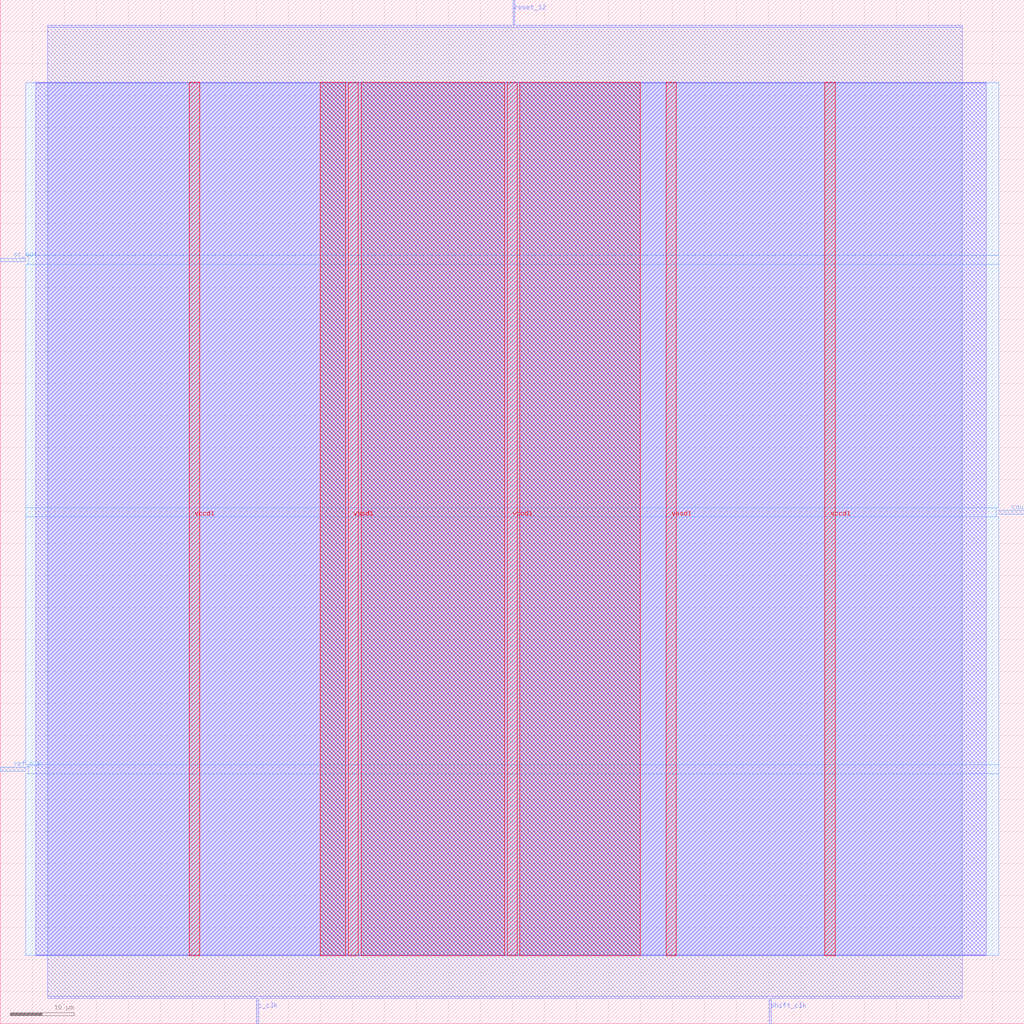
<source format=lef>
VERSION 5.7 ;
  NOWIREEXTENSIONATPIN ON ;
  DIVIDERCHAR "/" ;
  BUSBITCHARS "[]" ;
MACRO temp_digital
  CLASS BLOCK ;
  FOREIGN temp_digital ;
  ORIGIN 0.000 0.000 ;
  SIZE 160.000 BY 160.000 ;
  PIN c_clk
    DIRECTION OUTPUT TRISTATE ;
    USE SIGNAL ;
    PORT
      LAYER met2 ;
        RECT 40.110 0.000 40.390 4.000 ;
    END
  END c_clk
  PIN counter_clk
    DIRECTION INPUT ;
    USE SIGNAL ;
    PORT
      LAYER met3 ;
        RECT 156.000 79.600 160.000 80.200 ;
    END
  END counter_clk
  PIN ref_clk
    DIRECTION OUTPUT TRISTATE ;
    USE SIGNAL ;
    PORT
      LAYER met3 ;
        RECT 0.000 39.480 4.000 40.080 ;
    END
  END ref_clk
  PIN reset_12
    DIRECTION INPUT ;
    USE SIGNAL ;
    PORT
      LAYER met2 ;
        RECT 80.130 156.000 80.410 160.000 ;
    END
  END reset_12
  PIN shift_clk
    DIRECTION INPUT ;
    USE SIGNAL ;
    PORT
      LAYER met2 ;
        RECT 120.150 0.000 120.430 4.000 ;
    END
  END shift_clk
  PIN sr_out
    DIRECTION OUTPUT TRISTATE ;
    USE SIGNAL ;
    PORT
      LAYER met3 ;
        RECT 0.000 119.040 4.000 119.640 ;
    END
  END sr_out
  PIN vccd1
    DIRECTION INPUT ;
    USE POWER ;
    PORT
      LAYER met4 ;
        RECT 29.545 10.640 31.145 147.120 ;
    END
    PORT
      LAYER met4 ;
        RECT 79.195 10.640 80.795 147.120 ;
    END
    PORT
      LAYER met4 ;
        RECT 128.850 10.640 130.450 147.120 ;
    END
  END vccd1
  PIN vssd1
    DIRECTION INPUT ;
    USE GROUND ;
    PORT
      LAYER met4 ;
        RECT 54.370 10.640 55.970 147.120 ;
    END
    PORT
      LAYER met4 ;
        RECT 104.025 10.640 105.625 147.120 ;
    END
  END vssd1
  OBS
      LAYER li1 ;
        RECT 5.520 10.795 154.100 146.965 ;
      LAYER met1 ;
        RECT 5.520 10.640 154.100 147.120 ;
      LAYER met2 ;
        RECT 7.450 155.720 79.850 156.000 ;
        RECT 80.690 155.720 150.330 156.000 ;
        RECT 7.450 4.280 150.330 155.720 ;
        RECT 7.450 4.000 39.830 4.280 ;
        RECT 40.670 4.000 119.870 4.280 ;
        RECT 120.710 4.000 150.330 4.280 ;
      LAYER met3 ;
        RECT 4.000 120.040 156.000 147.045 ;
        RECT 4.400 118.640 156.000 120.040 ;
        RECT 4.000 80.600 156.000 118.640 ;
        RECT 4.000 79.200 155.600 80.600 ;
        RECT 4.000 40.480 156.000 79.200 ;
        RECT 4.400 39.080 156.000 40.480 ;
        RECT 4.000 10.715 156.000 39.080 ;
      LAYER met4 ;
        RECT 49.975 10.640 53.970 147.120 ;
        RECT 56.370 10.640 78.795 147.120 ;
        RECT 81.195 10.640 99.985 147.120 ;
  END
END temp_digital
END LIBRARY


</source>
